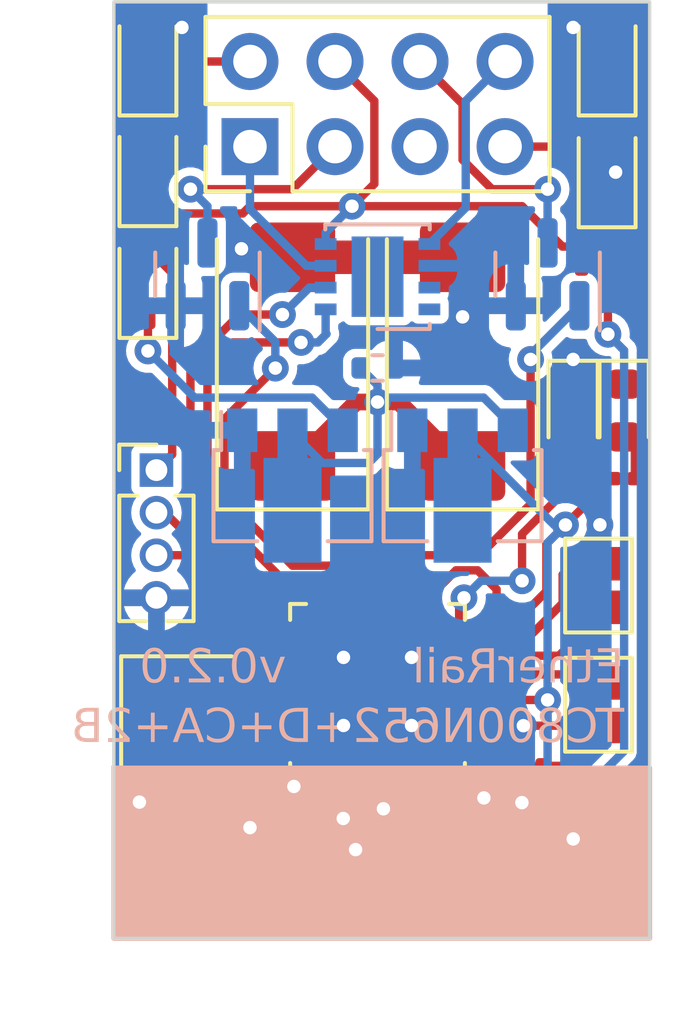
<source format=kicad_pcb>
(kicad_pcb (version 20221018) (generator pcbnew)
  (layers (0 "F.Cu" signal) (31 "B.Cu" signal) (34 "B.Paste" user) (35 "F.Paste" user) (36 "B.SilkS" user "B.Silkscreen") (37 "F.SilkS" user "F.Silkscreen") (38 "B.Mask" user) (39 "F.Mask" user) (44 "Edge.Cuts" user))
  (net 0 "")
  (net 1 "Net-(AE1-A)")
  (net 2 "Net-(3VR1-VI)")
  (net 3 "GND")
  (net 4 "/Controller Power")
  (net 5 "Net-(U2-XTAL_P)")
  (net 6 "Net-(U2-XTAL_N)")
  (net 7 "/Power Sensing Input")
  (net 8 "/Antenna")
  (net 9 "Net-(6VR1-VI)")
  (net 10 "/Power Pickup Left")
  (net 11 "/Power Pickup Right")
  (net 12 "Net-(D7-A)")
  (net 13 "/Motor Positive")
  (net 14 "/Light Rear (-)")
  (net 15 "/Motor Negative")
  (net 16 "/Light Front (-)")
  (net 17 "/Light Common (+)")
  (net 18 "Net-(C9-Pad1)")
  (net 20 "/Bootmode")
  (net 26 "/Logic Level Light Front")
  (net 27 "/Logic Level Light Rear")
  (net 31 "/Download Enable")
  (net 32 "/Motor Controlling PWM")
  (net 33 "/Motor Controlling Direction")
  (net 34 "/USB Data Negative")
  (net 35 "/USB Data Positive")
  (net 41 "Net-(D5-A)")
  (net 42 "Net-(U2-GPIO10)")
  (net 43 "/Enable")
  (net 44 "Net-(U2-GPIO2{slash}ADC1_CH2)")
  (footprint "LED_SMD:LED_0603_1608Metric" (layer "F.Cu") (at 38.862 37.592 -90)
    (fp_text reference "D5" hide)
    (fp_text value "Yellow")
  )
  (footprint "Resistor_SMD:R_0201_0603Metric" (layer "F.Cu") (at 37.937 48.514 90)
    (fp_text reference "R9" hide)
    (fp_text value "5.1k")
  )
  (footprint "Resistor_SMD:R_0201_0603Metric" (layer "F.Cu") (at 29.21 46.827 90)
    (fp_text reference "R7" hide)
    (fp_text value "22")
  )
  (footprint "Resistor_SMD:R_0201_0603Metric" (layer "F.Cu") (at 39.878 33.02 90)
    (fp_text reference "R2" hide)
    (fp_text value "10k")
  )
  (footprint "Package_DFN_QFN:QFN-32-1EP_5x5mm_P0.5mm_EP3.1x3.1mm" (layer "F.Cu") (at 33.02 45.974 90)
    (fp_text reference "U2" hide)
    (fp_text value "ESP32-C3FH4")
  )
  (footprint "Diode_SMD:D_SOD-323" (layer "F.Cu") (at 39.878 30.514 90)
    (fp_text reference "D1" hide)
    (fp_text value "D")
  )
  (footprint "Capacitor_Tantalum_SMD:CP_EIA-7343-43_Kemet-X" (layer "F.Cu") (at 35.56 36.1325 90)
    (fp_text reference "C1" hide)
    (fp_text value "1mF 6.3V")
  )
  (footprint "Capacitor_Tantalum_SMD:CP_EIA-7343-43_Kemet-X" (layer "F.Cu") (at 30.48 36.1325 90)
    (fp_text reference "C14" hide)
    (fp_text value "1mF 6.3V")
  )
  (footprint "Capacitor_SMD:C_0201_0603Metric" (layer "F.Cu") (at 29.21 45.383 -90)
    (fp_text reference "C10" hide)
    (fp_text value "15pF 16V 10%")
  )
  (footprint "Capacitor_SMD:C_0201_0603Metric" (layer "F.Cu") (at 28.539 50.8 180)
    (fp_text reference "C13" hide)
    (fp_text value "4.7pF 10V 10%")
  )
  (footprint "Jumper:SolderJumper-2_P1.3mm_Open_Pad1.0x1.5mm" (layer "F.Cu") (at 39.624 42.814 90)
    (fp_text reference "JP1" hide)
    (fp_text value "Jumper_2_Open")
  )
  (footprint "Crystal:Crystal_SMD_3225-4Pin_3.2x2.5mm" (layer "F.Cu") (at 27.012 46.925 -90)
    (fp_text reference "Y2" hide)
    (fp_text value " 40.000MHz 15pF")
  )
  (footprint "Capacitor_SMD:C_0201_0603Metric" (layer "F.Cu") (at 29.21 48.351 -90)
    (fp_text reference "C9" hide)
    (fp_text value "15pF 16V 10%")
  )
  (footprint "Resistor_SMD:R_0201_0603Metric" (layer "F.Cu") (at 36.576 44.033 -90)
    (fp_text reference "R8" hide)
    (fp_text value "5.1k")
  )
  (footprint "Capacitor_SMD:C_0201_0603Metric" (layer "F.Cu") (at 36.576 47.335 -90)
    (fp_text reference "C5" hide)
    (fp_text value "100nF 10V 10%")
  )
  (footprint "Resistor_SMD:R_0201_0603Metric" (layer "F.Cu") (at 34.29 50.455 -90)
    (fp_text reference "R10" hide)
    (fp_text value "5.1k")
  )
  (footprint "Connector_PinHeader_1.27mm:PinHeader_1x04_P1.27mm_Vertical" (layer "F.Cu") (at 26.416 39.37)
    (fp_text reference "J2" hide)
    (fp_text value "Conn_01x04")
  )
  (footprint "Capacitor_SMD:C_0201_0603Metric" (layer "F.Cu") (at 36.576 50.8)
    (fp_text reference "C3" hide)
    (fp_text value "1uF 10V 10%")
  )
  (footprint "Resistor_SMD:R_0201_0603Metric" (layer "F.Cu") (at 39.116 33.02 -90)
    (fp_text reference "R1" hide)
    (fp_text value "56k")
  )
  (footprint "Capacitor_SMD:C_0201_0603Metric" (layer "F.Cu") (at 37.846 50.455 -90)
    (fp_text reference "C15" hide)
    (fp_text value "100n")
  )
  (footprint "Resistor_SMD:R_0201_0603Metric" (layer "F.Cu") (at 36.576 45.786 -90)
    (fp_text reference "R6" hide)
    (fp_text value "5.1k")
  )
  (footprint "Jumper:SolderJumper-2_P1.3mm_Open_Pad1.0x1.5mm" (layer "F.Cu") (at 39.624 49.926 -90)
    (fp_text reference "JP3" hide)
    (fp_text value "Jumper_2_Open")
  )
  (footprint "Capacitor_SMD:C_0201_0603Metric" (layer "F.Cu") (at 40.64 33.02 90)
    (fp_text reference "C11" hide)
    (fp_text value "1uF 10V 10%")
  )
  (footprint "Diode_SMD:D_SOD-323" (layer "F.Cu") (at 26.162 33.816 90)
    (fp_text reference "D6" hide)
    (fp_text value "D")
  )
  (footprint "RF_Antenna:Yaego ANT8010LL04R2400A" (layer "F.Cu") (at 33.02 52.324)
    (fp_text reference "AE1" hide)
    (fp_text value "Antenna")
  )
  (footprint "LED_SMD:LED_0603_1608Metric" (layer "F.Cu") (at 40.386 37.592 -90)
    (fp_text reference "D7" hide)
    (fp_text value "Yellow")
  )
  (footprint "Resistor_SMD:R_0201_0603Metric" (layer "F.Cu") (at 40.386 39.624)
    (fp_text reference "R3" hide)
    (fp_text value "5.1k")
  )
  (footprint "Diode_SMD:D_SOD-323" (layer "F.Cu") (at 39.878 27.178 90)
    (fp_text reference "D2" hide)
    (fp_text value "D")
  )
  (footprint "Capacitor_SMD:C_0201_0603Metric" (layer "F.Cu") (at 28.514 49.53 180)
    (fp_text reference "C7" hide)
    (fp_text value "100nF 10V 10%")
  )
  (footprint "Capacitor_SMD:C_0201_0603Metric" (layer "F.Cu") (at 30.038 49.53)
    (fp_text reference "C8" hide)
    (fp_text value "100nF 10V 10%")
  )
  (footprint "Diode_SMD:D_SOD-323" (layer "F.Cu") (at 26.162 30.48 90)
    (fp_text reference "D4" hide)
    (fp_text value "D")
  )
  (footprint "Diode_SMD:D_SOD-323" (layer "F.Cu") (at 26.162 27.178 90)
    (fp_text reference "D3" hide)
    (fp_text value "D")
  )
  (footprint "Resistor_SMD:R_0201_0603Metric" (layer "F.Cu") (at 38.862 39.624)
    (fp_text reference "R4" hide)
    (fp_text value "5.1k")
  )
  (footprint "Connector_PinHeader_2.54mm:PinHeader_2x04_P2.54mm_Vertical" (layer "F.Cu") (at 29.21 29.718 90)
    (fp_text reference "J1" hide)
    (fp_text value "Conn_02x04_Odd_Even" hide)
  )
  (footprint "Capacitor_SMD:C_0201_0603Metric" (layer "F.Cu") (at 31.562 50.8)
    (fp_text reference "C12" hide)
    (fp_text value "4.7pF 10V 10%")
  )
  (footprint "Inductor_SMD:L_0201_0603Metric" (layer "F.Cu") (at 30.038 50.8 180)
    (fp_text reference "L1" hide)
    (fp_text value "2nH")
  )
  (footprint "Capacitor_SMD:C_0201_0603Metric" (layer "F.Cu") (at 37.338 44.033 -90)
    (fp_text reference "C6" hide)
    (fp_text value "1uF 10V 10%")
  )
  (footprint "Capacitor_SMD:C_0402_1005Metric" (layer "F.Cu") (at 35.306 50.292 90)
    (fp_text reference "C4" hide)
    (fp_text value "10uF 10V 10%")
  )
  (footprint "Jumper:SolderJumper-2_P1.3mm_Open_Pad1.0x1.5mm" (layer "F.Cu") (at 39.624 46.37 -90)
    (fp_text reference "JP2" hide)
    (fp_text value "Jumper_2_Open")
  )
  (footprint "Capacitor_SMD:C_0201_0603Metric" (layer "F.Cu") (at 33.086 50.8 180)
    (fp_text reference "C2" hide)
    (fp_text value "100nF 10V 10%")
  )
  (footprint "Resistor_SMD:R_0402_1005Metric" (layer "B.Cu") (at 33.02 36.322)
    (fp_text reference "R5" hide)
    (fp_text value "100k")
  )
  (footprint "Package_TO_SOT_SMD:SOT-23" (layer "B.Cu") (at 27.94 33.528 90)
    (fp_text reference "Q2" hide)
    (fp_text value "AO3400A")
  )
  (footprint "Package_TO_SOT_SMD:SOT-89-3" (layer "B.Cu") (at 35.56 40.132 -90)
    (fp_text reference "3VR1" hide)
    (fp_text value "ME6118")
  )
  (footprint "Package_DFN_QFN:DFN-8-1EP_3x3mm_P0.65mm_EP1.55x2.4mm" (layer "B.Cu") (at 33.02 33.599)
    (fp_text reference "U3" hide)
    (fp_text value "~")
  )
  (footprint "Package_TO_SOT_SMD:SOT-89-3" (layer "B.Cu") (at 30.48 40.132 -90)
    (fp_text reference "6VR1" hide)
    (fp_text value "78N06G")
  )
  (footprint "Package_TO_SOT_SMD:SOT-23" (layer "B.Cu") (at 38.1 33.528 90)
    (fp_text reference "Q1" hide)
    (fp_text value "AO3400A")
  )
  (gr_rect (start 25.146 48.26) (end 41.148 53.34) (stroke (width 0.15)) (fill solid) (layer "B.SilkS"))
  (gr_rect (start 25.146 25.4) (end 41.148 53.34) (stroke (width 0.1)) (fill none) (layer "Edge.Cuts"))
  (gr_text "v0.2.0" (at 25.908 44.704) (layer "B.SilkS") (effects (font (size 1 1)) (justify right top mirror)))
  (gr_text "TC800N652+D+CA+2B" (at 40.386 46.482) (layer "B.SilkS") (effects (font (size 1 1)) (justify left top mirror)))
  (gr_text "EtherRail" (at 40.386 44.704) (layer "B.SilkS") (effects (font (size 1 1)) (justify left top mirror)))
  (segment (start 29.718 50.8) (end 28.859 50.8) (width 0.25) (layer "F.Cu") (net 1))
  (segment (start 29.7815 52.324) (end 29.7815 50.8635) (width 0.25) (layer "F.Cu") (net 1))
  (segment (start 29.7815 50.8635) (end 29.718 50.8) (width 0.25) (layer "F.Cu") (net 1))
  (segment (start 33.653 37.338) (end 35.56 39.245) (width 0.5) (layer "F.Cu") (net 2))
  (segment (start 33.02 37.338) (end 33.653 37.338) (width 0.5) (layer "F.Cu") (net 2))
  (segment (start 30.48 39.245) (end 32.387 37.338) (width 0.5) (layer "F.Cu") (net 2))
  (segment (start 32.387 37.338) (end 33.02 37.338) (width 0.5) (layer "F.Cu") (net 2))
  (via (at 33.02 37.338) (size 0.8) (drill 0.4) (layers "F.Cu" "B.Cu") (net 2))
  (segment (start 31.3675 39.157) (end 30.48 38.2695) (width 0.25) (layer "B.Cu") (net 2))
  (segment (start 32.755 39.157) (end 31.3675 39.157) (width 0.25) (layer "B.Cu") (net 2))
  (segment (start 33.02 38.892) (end 32.755 39.157) (width 0.25) (layer "B.Cu") (net 2))
  (segment (start 33.02 37.338) (end 33.151 37.207) (width 0.25) (layer "B.Cu") (net 2))
  (segment (start 33.02 37.338) (end 33.02 38.892) (width 0.25) (layer "B.Cu") (net 2))
  (segment (start 33.02 37.338) (end 33.02 36.832) (width 0.25) (layer "B.Cu") (net 2))
  (segment (start 37.06 38.076) (end 37.06 38.182) (width 0.25) (layer "B.Cu") (net 2))
  (segment (start 36.191 37.207) (end 37.06 38.076) (width 0.25) (layer "B.Cu") (net 2))
  (segment (start 33.02 36.832) (end 32.51 36.322) (width 0.25) (layer "B.Cu") (net 2))
  (segment (start 33.151 37.207) (end 36.191 37.207) (width 0.25) (layer "B.Cu") (net 2))
  (segment (start 26.162 49.53) (end 25.908 49.276) (width 0.25) (layer "F.Cu") (net 3))
  (segment (start 33.02 45.974) (end 32.004 46.99) (width 0.25) (layer "F.Cu") (net 3))
  (segment (start 38.862 36.8045) (end 38.862 36.068) (width 0.25) (layer "F.Cu") (net 3))
  (segment (start 29.21 45.703) (end 27.984 45.703) (width 0.25) (layer "F.Cu") (net 3))
  (segment (start 37.375499 47.0555) (end 37.375499 46.995825) (width 0.25) (layer "F.Cu") (net 3))
  (segment (start 29.21 33.02) (end 28.956 32.766) (width 0.25) (layer "F.Cu") (net 3))
  (segment (start 31.882 50.8) (end 32.766 50.8) (width 0.25) (layer "F.Cu") (net 3))
  (segment (start 37.375499 46.995825) (end 39.599825 46.995825) (width 0.25) (layer "F.Cu") (net 3))
  (segment (start 39.624 41.039593) (end 39.661922 41.001671) (width 0.25) (layer "F.Cu") (net 3))
  (segment (start 33.02 45.974) (end 34.036 44.958) (width 0.25) (layer "F.Cu") (net 3))
  (segment (start 27.862 46.052) (end 27.862 45.825) (width 0.25) (layer "F.Cu") (net 3))
  (segment (start 27.144 26.128) (end 27.178 26.162) (width 0.25) (layer "F.Cu") (net 3))
  (segment (start 28.219 50.8) (end 28.219 49.555) (width 0.25) (layer "F.Cu") (net 3))
  (segment (start 30.48 33.02) (end 35.56 33.02) (width 1) (layer "F.Cu") (net 3))
  (segment (start 33.02 45.974) (end 34.036 46.99) (width 0.25) (layer "F.Cu") (net 3))
  (segment (start 37.846 50.775) (end 36.921 50.775) (width 0.25) (layer "F.Cu") (net 3))
  (segment (start 39.878 26.128) (end 38.896 26.128) (width 0.25) (layer "F.Cu") (net 3))
  (segment (start 38.549 43.342) (end 38.549 42.489) (width 0.25) (layer "F.Cu") (net 3))
  (segment (start 28.881 49) (end 29.21 48.671) (width 0.15) (layer "F.Cu") (net 3))
  (segment (start 26.162 47.752) (end 26.924 46.99) (width 0.25) (layer "F.Cu") (net 3))
  (segment (start 39.609 47.655) (end 39.624 47.64) (width 0.25) (layer "F.Cu") (net 3))
  (segment (start 35.56 33.02) (end 35.56 34.798) (width 0.25) (layer "F.Cu") (net 3))
  (segment (start 28.194 49.53) (end 26.162 49.53) (width 0.25) (layer "F.Cu") (net 3))
  (segment (start 38.608 50.546) (end 39.594 50.546) (width 0.25) (layer "F.Cu") (net 3))
  (segment (start 38.896 26.128) (end 38.862 26.162) (width 0.25) (layer "F.Cu") (net 3))
  (segment (start 33.02 45.974) (end 32.004 44.958) (width 0.25) (layer "F.Cu") (net 3))
  (segment (start 40.64 30.988) (end 40.132 30.48) (width 0.25) (layer "F.Cu") (net 3))
  (segment (start 40.64 32.7) (end 40.64 30.988) (width 0.25) (layer "F.Cu") (net 3))
  (segment (start 39.878 32.7) (end 40.64 32.7) (width 0.25) (layer "F.Cu") (net 3))
  (segment (start 26.924 46.99) (end 27.862 46.052) (width 0.25) (layer "F.Cu") (net 3))
  (segment (start 38.608 50.546) (end 38.694563 50.546) (width 0.25) (layer "F.Cu") (net 3))
  (segment (start 38.865128 50.375435) (end 38.465563 50.775) (width 0.25) (layer "F.Cu") (net 3))
  (segment (start 28.219 49.555) (end 28.194 49.53) (width 0.25) (layer "F.Cu") (net 3))
  (segment (start 39.594 50.546) (end 39.624 50.576) (width 0.25) (layer "F.Cu") (net 3))
  (segment (start 37.338 44.353) (end 37.538 44.353) (width 0.25) (layer "F.Cu") (net 3))
  (segment (start 27.984 45.703) (end 27.862 45.825) (width 0.25) (layer "F.Cu") (net 3))
  (segment (start 30.48 33.02) (end 29.21 33.02) (width 0.25) (layer "F.Cu") (net 3))
  (segment (start 37.538 44.353) (end 38.549 43.342) (width 0.25) (layer "F.Cu") (net 3))
  (segment (start 26.162 48.025) (end 26.162 47.752) (width 0.25) (layer "F.Cu") (net 3))
  (segment (start 38.874 42.164) (end 39.624 42.164) (width 0.25) (layer "F.Cu") (net 3))
  (segment (start 28.532958 49) (end 28.881 49) (width 0.15) (layer "F.Cu") (net 3))
  (segment (start 26.162 26.128) (end 27.144 26.128) (width 0.25) (layer "F.Cu") (net 3))
  (segment (start 28.194 49.338958) (end 28.532958 49) (width 0.15) (layer "F.Cu") (net 3))
  (segment (start 40.386 36.8045) (end 38.862 36.8045) (width 0.25) (layer "F.Cu") (net 3))
  (segment (start 36.921 50.775) (end 36.896 50.8) (width 0.25) (layer "F.Cu") (net 3))
  (segment (start 32.364636 50.693364) (end 31.988636 50.693364) (width 0.25) (layer "F.Cu") (net 3))
  (segment (start 30.515 48.816098) (end 30.521549 48.809549) (width 0.25) (layer "F.Cu") (net 3))
  (segment (start 36.576 47.655) (end 36.775999 47.655) (width 0.25) (layer "F.Cu") (net 3))
  (segment (start 25.908 49.276) (end 25.908 48.006) (width 0.25) (layer "F.Cu") (net 3))
  (segment (start 35.535946 49.812) (end 36.196973 49.150973) (width 0.25) (layer "F.Cu") (net 3))
  (segment (start 30.515 49.53) (end 30.515 48.816098) (width 0.25) (layer "F.Cu") (net 3))
  (segment (start 25.908 48.006) (end 26.924 46.99) (width 0.25) (layer "F.Cu") (net 3))
  (segment (start 38.465563 50.775) (end 37.846 50.775) (width 0.25) (layer "F.Cu") (net 3))
  (segment (start 39.599825 46.995825) (end 39.624 47.02) (width 0.25) (layer "F.Cu") (net 3))
  (segment (start 39.624 42.164) (end 39.624 41.039593) (width 0.25) (layer "F.Cu") (net 3))
  (segment (start 38.549 42.489) (end 38.874 42.164) (width 0.25) (layer "F.Cu") (net 3))
  (segment (start 28.194 49.53) (end 28.194 49.338958) (width 0.25) (layer "F.Cu") (net 3))
  (segment (start 38.694563 50.546) (end 38.865128 50.375435) (width 0.25) (layer "F.Cu") (net 3))
  (segment (start 36.775999 47.655) (end 37.375499 47.0555) (width 0.25) (layer "F.Cu") (net 3))
  (segment (start 35.306 49.812) (end 35.535946 49.812) (width 0.25) (layer "F.Cu") (net 3))
  (segment (start 31.988636 50.693364) (end 31.882 50.8) (width 0.25) (layer "F.Cu") (net 3))
  (via (at 37.375499 46.995825) (size 0.8) (drill 0.4) (layers "F.Cu" "B.Cu") (net 3))
  (via (at 35.56 34.798) (size 0.8) (drill 0.4) (layers "F.Cu" "B.Cu") (net 3))
  (via (at 38.865128 50.375435) (size 0.8) (drill 0.4) (layers "F.Cu" "B.Cu") (net 3))
  (via (at 27.178 26.162) (size 0.8) (drill 0.4) (layers "F.Cu" "B.Cu") (net 3))
  (via (at 28.956 32.766) (size 0.8) (drill 0.4) (layers "F.Cu" "B.Cu") (net 3))
  (via (at 32.364636 50.693364) (size 0.8) (drill 0.4) (layers "F.Cu" "B.Cu") (net 3))
  (via (at 38.862 26.162) (size 0.8) (drill 0.4) (layers "F.Cu" "B.Cu") (net 3))
  (via (at 36.196973 49.150973) (size 0.8) (drill 0.4) (layers "F.Cu" "B.Cu") (net 3))
  (via (at 38.862 36.068) (size 0.8) (drill 0.4) (layers "F.Cu" "B.Cu") (net 3))
  (via (at 32.004 46.99) (size 0.8) (drill 0.4) (layers "F.Cu" "B.Cu") (net 3))
  (via (at 32.004 44.958) (size 0.8) (drill 0.4) (layers "F.Cu" "B.Cu") (net 3))
  (via (at 34.036 46.99) (size 0.8) (drill 0.4) (layers "F.Cu" "B.Cu") (net 3))
  (via (at 30.521549 48.809549) (size 0.8) (drill 0.4) (layers "F.Cu" "B.Cu") (net 3))
  (via (at 25.908 49.276) (size 0.8) (drill 0.4) (layers "F.Cu" "B.Cu") (net 3))
  (via (at 34.036 44.958) (size 0.8) (drill 0.4) (layers "F.Cu" "B.Cu") (net 3))
  (via (at 39.661922 41.001671) (size 0.8) (drill 0.4) (layers "F.Cu" "B.Cu") (net 3))
  (via (at 40.132 30.48) (size 0.8) (drill 0.4) (layers "F.Cu" "B.Cu") (net 3))
  (segment (start 32.895983 50.200112) (end 33.274 50.200112) (width 0.25) (layer "F.Cu") (net 4))
  (segment (start 38.063 41.575995) (end 38.063 42.988) (width 0.25) (layer "F.Cu") (net 4))
  (segment (start 37.789985 48.834) (end 37.937 48.834) (width 0.25) (layer "F.Cu") (net 4))
  (segment (start 34.77 42.954) (end 35.364 42.36) (width 0.25) (layer "F.Cu") (net 4))
  (segment (start 33.406 50.8) (end 34.265 50.8) (width 0.25) (layer "F.Cu") (net 4))
  (segment (start 40.066 39.624) (end 40.014995 39.624) (width 0.25) (layer "F.Cu") (net 4))
  (segment (start 35.4575 46.724) (end 36.285 46.724) (width 0.25) (layer "F.Cu") (net 4))
  (segment (start 34.29 50.775) (end 35.303 50.775) (width 0.25) (layer "F.Cu") (net 4))
  (segment (start 32.471288 49.112788) (end 32.471288 49.775417) (width 0.25) (layer "F.Cu") (net 4))
  (segment (start 33.274 50.200112) (end 33.406 50.332112) (width 0.25) (layer "F.Cu") (net 4))
  (segment (start 38.063 42.988) (end 37.338 43.713) (width 0.25) (layer "F.Cu") (net 4))
  (segment (start 37.338 46.228) (end 37.216 46.106) (width 0.25) (layer "F.Cu") (net 4))
  (segment (start 36.576 47.015) (end 36.576 46.106) (width 0.25) (layer "F.Cu") (net 4))
  (segment (start 29.735 49.39) (end 29.735 48.5715) (width 0.25) (layer "F.Cu") (net 4))
  (segment (start 36.256 50.8) (end 36.256 50.367985) (width 0.25) (layer "F.Cu") (net 4))
  (segment (start 29.718 49.53) (end 29.717162 49.53) (width 0.25) (layer "F.Cu") (net 4))
  (segment (start 38.1 46.228) (end 37.338 46.228) (width 0.25) (layer "F.Cu") (net 4))
  (segment (start 31.996171 49.764258) (end 32.460129 49.764258) (width 0.25) (layer "F.Cu") (net 4))
  (segment (start 31.77 48.4115) (end 32.471288 49.112788) (width 0.25) (layer "F.Cu") (net 4))
  (segment (start 31.77 48.748) (end 31.75 48.768) (width 0.15) (layer "F.Cu") (net 4))
  (segment (start 37.338 43.713) (end 36.576 43.713) (width 0.25) (layer "F.Cu") (net 4))
  (segment (start 30.5825 47.724) (end 30.5825 47.224) (width 0.25) (layer "F.Cu") (net 4))
  (segment (start 40.014995 39.624) (end 38.632746 41.006249) (width 0.25) (layer "F.Cu") (net 4))
  (segment (start 36.228 50.772) (end 36.256 50.8) (width 0.25) (layer "F.Cu") (net 4))
  (segment (start 37.216 46.106) (end 36.576 46.106) (width 0.25) (layer "F.Cu") (net 4))
  (segment (start 35.364 42.36) (end 36.01 42.36) (width 0.25) (layer "F.Cu") (net 4))
  (segment (start 32.471288 49.775417) (end 32.895983 50.200112) (width 0.25) (layer "F.Cu") (net 4))
  (segment (start 29.875 49.53) (end 29.735 49.39) (width 0.25) (layer "F.Cu") (net 4))
  (segment (start 29.717162 49.53) (end 29.210396 50.036766) (width 0.25) (layer "F.Cu") (net 4))
  (segment (start 33.406 50.332112) (end 33.406 50.8) (width 0.25) (layer "F.Cu") (net 4))
  (segment (start 31.77 48.4115) (end 32.27 48.4115) (width 0.25) (layer "F.Cu") (net 4))
  (segment (start 36.285 46.724) (end 36.576 47.015) (width 0.25) (layer "F.Cu") (net 4))
  (segment (start 34.77 43.5365) (end 34.77 42.954) (width 0.25) (layer "F.Cu") (net 4))
  (segment (start 36.01 42.36) (end 36.576 42.926) (width 0.25) (layer "F.Cu") (net 4))
  (segment (start 36.576 42.926) (end 36.576 43.713) (width 0.25) (layer "F.Cu") (net 4))
  (segment (start 35.303 50.775) (end 35.306 50.772) (width 0.25) (layer "F.Cu") (net 4))
  (segment (start 34.265 50.8) (end 34.29 50.775) (width 0.25) (layer "F.Cu") (net 4))
  (segment (start 38.632746 41.006249) (end 38.063 41.575995) (width 0.25) (layer "F.Cu") (net 4))
  (segment (start 29.735 48.5715) (end 30.5825 47.724) (width 0.25) (layer "F.Cu") (net 4))
  (segment (start 29.088 49.53) (end 29.875 49.53) (width 0.25) (layer "F.Cu") (net 4))
  (segment (start 32.460129 49.764258) (end 32.471288 49.775417) (width 0.25) (layer "F.Cu") (net 4))
  (segment (start 36.256 50.367985) (end 37.33262 49.291365) (width 0.25) (layer "F.Cu") (net 4))
  (segment (start 37.33262 49.291365) (end 37.789985 48.834) (width 0.25) (layer "F.Cu") (net 4))
  (segment (start 35.306 50.772) (end 36.228 50.772) (width 0.25) (layer "F.Cu") (net 4))
  (via (at 29.210396 50.036766) (size 0.8) (drill 0.4) (layers "F.Cu" "B.Cu") (net 4))
  (via (at 31.996171 49.764258) (size 0.8) (drill 0.4) (layers "F.Cu" "B.Cu") (net 4))
  (via (at 37.33262 49.291365) (size 0.8) (drill 0.4) (layers "F.Cu" "B.Cu") (net 4))
  (via (at 38.632746 41.006249) (size 0.8) (drill 0.4) (layers "F.Cu" "B.Cu") (net 4))
  (via (at 38.1 46.228) (size 0.8) (drill 0.4) (layers "F.Cu" "B.Cu") (net 4))
  (segment (start 38.1 48.523985) (end 38.1 46.228) (width 0.25) (layer "B.Cu") (net 4))
  (segment (start 29.210396 50.036766) (end 31.723663 50.036766) (width 0.25) (layer "B.Cu") (net 4))
  (segment (start 38.137281 40.846781) (end 35.56 38.2695) (width 0.25) (layer "B.Cu") (net 4))
  (segment (start 38.632746 41.006249) (end 38.296749 41.006249) (width 0.25) (layer "B.Cu") (net 4))
  (segment (start 38.296749 41.006249) (end 38.137281 40.846781) (width 0.25) (layer "B.Cu") (net 4))
  (segment (start 37.33262 49.291365) (end 38.1 48.523985) (width 0.25) (layer "B.Cu") (net 4))
  (segment (start 38.1 41.538995) (end 38.1 46.228) (width 0.25) (layer "B.Cu") (net 4))
  (segment (start 38.1845 40.894) (end 38.137281 40.846781) (width 0.25) (layer "B.Cu") (net 4))
  (segment (start 31.723663 50.036766) (end 31.996171 49.764258) (width 0.25) (layer "B.Cu") (net 4))
  (segment (start 38.632746 41.006249) (end 38.1 41.538995) (width 0.25) (layer "B.Cu") (net 4))
  (segment (start 29.935 46.724) (end 30.5825 46.724) (width 0.25) (layer "F.Cu") (net 5))
  (segment (start 29.21 46.507) (end 29.718 46.507) (width 0.25) (layer "F.Cu") (net 5))
  (segment (start 29.718 46.507) (end 29.935 46.724) (width 0.25) (layer "F.Cu") (net 5))
  (segment (start 26.574 44.8) (end 26.162 45.212) (width 0.25) (layer "F.Cu") (net 6))
  (segment (start 30.071396 46.224) (end 29.735 45.887604) (width 0.25) (layer "F.Cu") (net 6))
  (segment (start 29.21 45.063) (end 28.947 44.8) (width 0.25) (layer "F.Cu") (net 6))
  (segment (start 28.947 44.8) (end 26.574 44.8) (width 0.25) (layer "F.Cu") (net 6))
  (segment (start 29.735 45.388001) (end 29.409999 45.063) (width 0.25) (layer "F.Cu") (net 6))
  (segment (start 30.5825 46.224) (end 30.071396 46.224) (width 0.25) (layer "F.Cu") (net 6))
  (segment (start 29.735 45.887604) (end 29.735 45.388001) (width 0.25) (layer "F.Cu") (net 6))
  (segment (start 29.409999 45.063) (end 29.21 45.063) (width 0.25) (layer "F.Cu") (net 6))
  (segment (start 26.162 45.212) (end 26.162 45.825) (width 0.25) (layer "F.Cu") (net 6))
  (segment (start 33.196288 49.475112) (end 33.27 49.4014) (width 0.25) (layer "F.Cu") (net 7))
  (segment (start 39.878 33.34) (end 39.116 33.34) (width 0.25) (layer "F.Cu") (net 7))
  (segment (start 33.27 49.4014) (end 33.27 48.4115) (width 0.25) (layer "F.Cu") (net 7))
  (segment (start 39.901692 34.078308) (end 40.64 33.34) (width 0.25) (layer "F.Cu") (net 7))
  (segment (start 40.64 33.34) (end 39.878 33.34) (width 0.25) (layer "F.Cu") (net 7))
  (segment (start 33.196288 49.475112) (end 32.993008 49.271832) (width 0.25) (layer "F.Cu") (net 7))
  (segment (start 39.901692 35.316093) (end 39.901692 34.078308) (width 0.25) (layer "F.Cu") (net 7))
  (via (at 39.901692 35.316093) (size 0.8) (drill 0.4) (layers "F.Cu" "B.Cu") (net 7))
  (via (at 33.196288 49.475112) (size 0.8) (drill 0.4) (layers "F.Cu" "B.Cu") (net 7))
  (segment (start 33.469612 49.475112) (end 33.196288 49.475112) (width 0.25) (layer "B.Cu") (net 7))
  (segment (start 38.117 50.021) (end 34.0155 50.021) (width 0.25) (layer "B.Cu") (net 7))
  (segment (start 34.0155 50.021) (end 33.469612 49.475112) (width 0.25) (layer "B.Cu") (net 7))
  (segment (start 39.901692 35.316093) (end 40.386 35.800401) (width 0.25) (layer "B.Cu") (net 7))
  (segment (start 40.386 35.800401) (end 40.386 47.752) (width 0.25) (layer "B.Cu") (net 7))
  (segment (start 40.386 47.752) (end 38.117 50.021) (width 0.25) (layer "B.Cu") (net 7))
  (segment (start 31.242 50.8) (end 31.27 50.772) (width 0.25) (layer "F.Cu") (net 8))
  (segment (start 30.358 50.8) (end 31.242 50.8) (width 0.25) (layer "F.Cu") (net 8))
  (segment (start 31.27 50.772) (end 31.27 48.4115) (width 0.25) (layer "F.Cu") (net 8))
  (segment (start 26.162 35.814) (end 26.162 34.866) (width 0.25) (layer "F.Cu") (net 9))
  (via (at 26.162 35.814) (size 0.8) (drill 0.4) (layers "F.Cu" "B.Cu") (net 9))
  (segment (start 31.98 38.12238) (end 31.98 38.182) (width 0.25) (layer "B.Cu") (net 9))
  (segment (start 26.162 35.814) (end 27.555 37.207) (width 0.25) (layer "B.Cu") (net 9))
  (segment (start 31.06462 37.207) (end 31.98 38.12238) (width 0.25) (layer "B.Cu") (net 9))
  (segment (start 27.555 37.207) (end 31.06462 37.207) (width 0.25) (layer "B.Cu") (net 9))
  (segment (start 39.624 29.718) (end 36.83 29.718) (width 0.25) (layer "F.Cu") (net 10))
  (segment (start 39.878 28.228) (end 39.878 29.464) (width 0.25) (layer "F.Cu") (net 10))
  (segment (start 39.878 29.464) (end 39.624 29.718) (width 0.25) (layer "F.Cu") (net 10))
  (segment (start 26.162 28.228) (end 27.212 27.178) (width 0.25) (layer "F.Cu") (net 11))
  (segment (start 27.212 27.178) (end 29.21 27.178) (width 0.25) (layer "F.Cu") (net 11))
  (segment (start 26.162 29.43) (end 26.162 28.228) (width 0.25) (layer "F.Cu") (net 11))
  (segment (start 40.706 38.6995) (end 40.386 38.3795) (width 0.25) (layer "F.Cu") (net 12))
  (segment (start 40.706 39.624) (end 40.706 38.6995) (width 0.25) (layer "F.Cu") (net 12))
  (segment (start 30.895 33.274) (end 29.21 31.589) (width 0.25) (layer "B.Cu") (net 13))
  (segment (start 31.47 33.274) (end 30.895 33.274) (width 0.25) (layer "B.Cu") (net 13))
  (segment (start 29.21 31.589) (end 29.21 29.718) (width 0.25) (layer "B.Cu") (net 13))
  (segment (start 30.48 30.988) (end 31.75 29.718) (width 0.25) (layer "F.Cu") (net 14))
  (segment (start 27.432 30.988) (end 30.48 30.988) (width 0.25) (layer "F.Cu") (net 14))
  (via (at 27.432 30.988) (size 0.8) (drill 0.4) (layers "F.Cu" "B.Cu") (net 14))
  (segment (start 27.94 31.496) (end 27.432 30.988) (width 0.25) (layer "B.Cu") (net 14))
  (segment (start 27.94 32.5905) (end 27.94 31.496) (width 0.25) (layer "B.Cu") (net 14))
  (segment (start 35.655 28.353) (end 36.83 27.178) (width 0.25) (layer "B.Cu") (net 15))
  (segment (start 35.655 31.539) (end 35.655 28.353) (width 0.25) (layer "B.Cu") (net 15))
  (segment (start 34.57 32.624) (end 35.655 31.539) (width 0.25) (layer "B.Cu") (net 15))
  (segment (start 35.56 28.448) (end 34.29 27.178) (width 0.25) (layer "F.Cu") (net 16))
  (segment (start 36.438299 30.988) (end 35.56 30.109701) (width 0.25) (layer "F.Cu") (net 16))
  (segment (start 38.1 30.988) (end 36.438299 30.988) (width 0.25) (layer "F.Cu") (net 16))
  (segment (start 35.56 30.109701) (end 35.56 28.448) (width 0.25) (layer "F.Cu") (net 16))
  (via (at 38.1 30.988) (size 0.8) (drill 0.4) (layers "F.Cu" "B.Cu") (net 16))
  (segment (start 38.1 30.988) (end 38.1 32.5905) (width 0.25) (layer "B.Cu") (net 16))
  (segment (start 29.21 31.496) (end 32.258 31.496) (width 0.25) (layer "F.Cu") (net 17))
  (segment (start 39.116 32.326) (end 39.116 32.7) (width 0.25) (layer "F.Cu") (net 17))
  (segment (start 39.878 31.564) (end 39.116 32.326) (width 0.25) (layer "F.Cu") (net 17))
  (segment (start 26.887 33.491) (end 26.162 32.766) (width 0.25) (layer "F.Cu") (net 17))
  (segment (start 26.162 31.53) (end 26.162 32.766) (width 0.25) (layer "F.Cu") (net 17))
  (segment (start 37.338 31.496) (end 32.258 31.496) (width 0.25) (layer "F.Cu") (net 17))
  (segment (start 32.925 30.829) (end 32.925 28.353) (width 0.25) (layer "F.Cu") (net 17))
  (segment (start 26.345 31.713) (end 28.993 31.713) (width 0.25) (layer "F.Cu") (net 17))
  (segment (start 38.542 32.7) (end 37.338 31.496) (width 0.25) (layer "F.Cu") (net 17))
  (segment (start 26.887 38.899) (end 26.887 33.491) (width 0.25) (layer "F.Cu") (net 17))
  (segment (start 26.416 39.37) (end 26.887 38.899) (width 0.25) (layer "F.Cu") (net 17))
  (segment (start 39.116 32.7) (end 38.542 32.7) (width 0.25) (layer "F.Cu") (net 17))
  (segment (start 26.162 31.53) (end 26.345 31.713) (width 0.25) (layer "F.Cu") (net 17))
  (segment (start 32.258 31.496) (end 32.925 30.829) (width 0.25) (layer "F.Cu") (net 17))
  (segment (start 28.993 31.713) (end 29.21 31.496) (width 0.25) (layer "F.Cu") (net 17))
  (segment (start 32.925 28.353) (end 31.75 27.178) (width 0.25) (layer "F.Cu") (net 17))
  (via (at 32.258 31.496) (size 0.8) (drill 0.4) (layers "F.Cu" "B.Cu") (net 17))
  (segment (start 31.47 32.284) (end 32.258 31.496) (width 0.25) (layer "B.Cu") (net 17))
  (segment (start 31.47 32.624) (end 31.47 32.284) (width 0.25) (layer "B.Cu") (net 17))
  (segment (start 27.862 48.025) (end 29.204 48.025) (width 0.25) (layer "F.Cu") (net 18))
  (segment (start 29.204 48.025) (end 29.21 48.031) (width 0.25) (layer "F.Cu") (net 18))
  (segment (start 29.21 48.031) (end 29.21 47.147) (width 0.25) (layer "F.Cu") (net 18))
  (segment (start 35.4575 44.724) (end 36.205 44.724) (width 0.25) (layer "F.Cu") (net 20))
  (segment (start 36.576 44.353) (end 36.576 44.422042) (width 0.25) (layer "F.Cu") (net 20))
  (segment (start 38.862281 44.483805) (end 38.862281 44.225719) (width 0.25) (layer "F.Cu") (net 20))
  (segment (start 38.437586 44.9085) (end 38.862281 44.483805) (width 0.25) (layer "F.Cu") (net 20))
  (segment (start 37.062458 44.9085) (end 38.437586 44.9085) (width 0.25) (layer "F.Cu") (net 20))
  (segment (start 36.205 44.724) (end 36.576 44.353) (width 0.25) (layer "F.Cu") (net 20))
  (segment (start 36.576 44.422042) (end 37.062458 44.9085) (width 0.25) (layer "F.Cu") (net 20))
  (segment (start 38.862281 44.225719) (end 39.624 43.464) (width 0.25) (layer "F.Cu") (net 20))
  (segment (start 32.77 43.5365) (end 32.77 43.04926) (width 0.25) (layer "F.Cu") (net 26))
  (segment (start 33.90926 41.91) (end 36.068 41.91) (width 0.25) (layer "F.Cu") (net 26))
  (segment (start 36.068 41.91) (end 37.592 40.386) (width 0.25) (layer "F.Cu") (net 26))
  (segment (start 37.592 40.386) (end 37.592 36.068) (width 0.25) (layer "F.Cu") (net 26))
  (segment (start 32.77 43.04926) (end 33.90926 41.91) (width 0.25) (layer "F.Cu") (net 26))
  (via (at 37.592 36.068) (size 0.8) (drill 0.4) (layers "F.Cu" "B.Cu") (net 26))
  (segment (start 37.592 35.9235) (end 39.05 34.4655) (width 0.25) (layer "B.Cu") (net 26))
  (segment (start 37.592 36.068) (end 37.592 35.9235) (width 0.25) (layer "B.Cu") (net 26))
  (segment (start 32.27 42.912864) (end 31.579136 42.222) (width 0.25) (layer "F.Cu") (net 27))
  (segment (start 28.448 40.19) (end 28.448 37.846) (width 0.25) (layer "F.Cu") (net 27))
  (segment (start 30.48 42.222) (end 28.448 40.19) (width 0.25) (layer "F.Cu") (net 27))
  (segment (start 32.27 43.5365) (end 32.27 42.912864) (width 0.25) (layer "F.Cu") (net 27))
  (segment (start 28.448 37.846) (end 29.967701 36.326299) (width 0.25) (layer "F.Cu") (net 27))
  (segment (start 31.579136 42.222) (end 30.48 42.222) (width 0.25) (layer "F.Cu") (net 27))
  (via (at 29.967701 36.326299) (size 0.8) (drill 0.4) (layers "F.Cu" "B.Cu") (net 27))
  (segment (start 29.967701 35.543201) (end 28.89 34.4655) (width 0.25) (layer "B.Cu") (net 27))
  (segment (start 29.967701 36.326299) (end 29.967701 35.543201) (width 0.25) (layer "B.Cu") (net 27))
  (segment (start 36.334 45.224) (end 36.576 45.466) (width 0.25) (layer "F.Cu") (net 31))
  (segment (start 39.37 45.466) (end 39.624 45.72) (width 0.25) (layer "F.Cu") (net 31))
  (segment (start 36.576 45.466) (end 39.37 45.466) (width 0.25) (layer "F.Cu") (net 31))
  (segment (start 35.4575 45.224) (end 36.334 45.224) (width 0.25) (layer "F.Cu") (net 31))
  (segment (start 27.94 40.386) (end 27.94 36.322) (width 0.25) (layer "F.Cu") (net 32))
  (segment (start 30.226 42.672) (end 27.94 40.386) (width 0.25) (layer "F.Cu") (net 32))
  (segment (start 31.39274 42.672) (end 30.226 42.672) (width 0.25) (layer "F.Cu") (net 32))
  (segment (start 28.702 35.56) (end 30.734 35.56) (width 0.25) (layer "F.Cu") (net 32))
  (segment (start 31.77 43.5365) (end 31.77 43.04926) (width 0.25) (layer "F.Cu") (net 32))
  (segment (start 31.77 43.04926) (end 31.39274 42.672) (width 0.25) (layer "F.Cu") (net 32))
  (segment (start 27.94 36.322) (end 28.702 35.56) (width 0.25) (layer "F.Cu") (net 32))
  (via (at 30.734 35.56) (size 0.8) (drill 0.4) (layers "F.Cu" "B.Cu") (net 32))
  (segment (start 31.496 35.306) (end 31.47 35.28) (width 0.25) (layer "B.Cu") (net 32))
  (segment (start 31.47 35.28) (end 31.47 34.574) (width 0.25) (layer "B.Cu") (net 32))
  (segment (start 30.734 35.56) (end 31.242 35.56) (width 0.25) (layer "B.Cu") (net 32))
  (segment (start 31.242 35.56) (end 31.496 35.306) (width 0.25) (layer "B.Cu") (net 32))
  (segment (start 27.432 40.64) (end 27.432 36.322) (width 0.25) (layer "F.Cu") (net 33))
  (segment (start 28.89724 34.728364) (end 30.179576 34.728364) (width 0.25) (layer "F.Cu") (net 33))
  (segment (start 31.27 43.5365) (end 31.1185 43.688) (width 0.25) (layer "F.Cu") (net 33))
  (segment (start 27.432 36.322) (end 27.432 36.193604) (width 0.25) (layer "F.Cu") (net 33))
  (segment (start 30.48 43.688) (end 27.432 40.64) (width 0.25) (layer "F.Cu") (net 33))
  (segment (start 31.1185 43.688) (end 30.48 43.688) (width 0.25) (layer "F.Cu") (net 33))
  (segment (start 27.432 36.193604) (end 28.89724 34.728364) (width 0.25) (layer "F.Cu") (net 33))
  (via (at 30.179576 34.728364) (size 0.8) (drill 0.4) (layers "F.Cu" "B.Cu") (net 33))
  (segment (start 30.179576 34.728364) (end 30.98394 33.924) (width 0.25) (layer "B.Cu") (net 33))
  (segment (start 30.98394 33.924) (end 31.47 33.924) (width 0.25) (layer "B.Cu") (net 33))
  (segment (start 30.5825 44.224) (end 30.254 44.224) (width 0.25) (layer "F.Cu") (net 34))
  (segment (start 30.254 44.224) (end 26.67 40.64) (width 0.25) (layer "F.Cu") (net 34))
  (segment (start 26.67 40.64) (end 26.416 40.64) (width 0.25) (layer "F.Cu") (net 34))
  (segment (start 27.28126 41.91) (end 26.416 41.91) (width 0.25) (layer "F.Cu") (net 35))
  (segment (start 30.5825 44.724) (end 30.09526 44.724) (width 0.25) (layer "F.Cu") (net 35))
  (segment (start 30.09526 44.724) (end 27.28126 41.91) (width 0.25) (layer "F.Cu") (net 35))
  (segment (start 39.182 39.624) (end 39.182 38.6995) (width 0.25) (layer "F.Cu") (net 41))
  (segment (start 39.182 38.6995) (end 38.862 38.3795) (width 0.25) (layer "F.Cu") (net 41))
  (segment (start 35.601549 43.18) (end 35.4575 43.324049) (width 0.25) (layer "F.Cu") (net 42))
  (segment (start 35.4575 43.324049) (end 35.4575 44.224) (width 0.25) (layer "F.Cu") (net 42))
  (segment (start 38.542 40.072396) (end 38.542 39.624) (width 0.25) (layer "F.Cu") (net 42))
  (segment (start 37.338 42.672) (end 37.338 41.276396) (width 0.25) (layer "F.Cu") (net 42))
  (segment (start 37.338 41.276396) (end 38.542 40.072396) (width 0.25) (layer "F.Cu") (net 42))
  (via (at 35.601549 43.18) (size 0.8) (drill 0.4) (layers "F.Cu" "B.Cu") (net 42))
  (via (at 37.338 42.672) (size 0.8) (drill 0.4) (layers "F.Cu" "B.Cu") (net 42))
  (segment (start 35.601549 43.18) (end 36.109549 42.672) (width 0.25) (layer "B.Cu") (net 42))
  (segment (start 36.109549 42.672) (end 37.338 42.672) (width 0.25) (layer "B.Cu") (net 42))
  (segment (start 38.705 49.276) (end 39.624 49.276) (width 0.25) (layer "F.Cu") (net 43))
  (segment (start 37.937 48.194) (end 38.542 48.194) (width 0.25) (layer "F.Cu") (net 43))
  (segment (start 34.27 48.4115) (end 34.27 48.897008) (width 0.25) (layer "F.Cu") (net 43))
  (segment (start 34.546992 49.174) (end 35.149347 49.174) (width 0.25) (layer "F.Cu") (net 43))
  (segment (start 36.113347 48.21) (end 37.921 48.21) (width 0.25) (layer "F.Cu") (net 43))
  (segment (start 34.27 48.897008) (end 34.546992 49.174) (width 0.25) (layer "F.Cu") (net 43))
  (segment (start 35.149347 49.174) (end 36.113347 48.21) (width 0.25) (layer "F.Cu") (net 43))
  (segment (start 37.921 48.21) (end 37.937 48.194) (width 0.25) (layer "F.Cu") (net 43))
  (segment (start 38.542 48.194) (end 39.624 49.276) (width 0.25) (layer "F.Cu") (net 43))
  (segment (start 37.846 50.135) (end 38.705 49.276) (width 0.25) (layer "F.Cu") (net 43))
  (segment (start 33.77 49.033404) (end 34.29 49.553404) (width 0.25) (layer "F.Cu") (net 44))
  (segment (start 34.29 49.553404) (end 34.29 50.135) (width 0.25) (layer "F.Cu") (net 44))
  (segment (start 33.77 48.4115) (end 33.77 49.033404) (width 0.25) (layer "F.Cu") (net 44))
  (zone (net 3) (net_name "GND") (layer "B.Cu") (connect_pads (clearance 0.25)) (min_thickness 0.125) (fill yes (thermal_gap 0.5) (thermal_bridge_width 0.5))
    (polygon (pts (xy 25.146 25.4) (xy 27.94 25.4) (xy 27.94 31.496) (xy 38.1 31.496) (xy 38.1 25.4) (xy 41.148 25.4) (xy 41.148 50.8) (xy 25.146 50.8)))
  )
)
</source>
